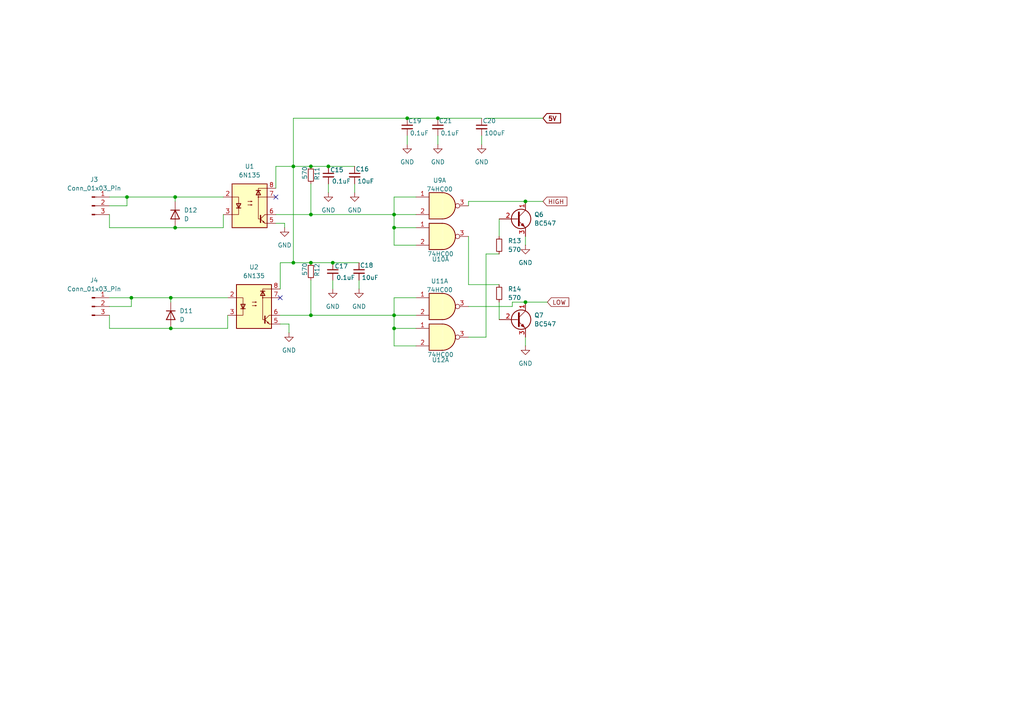
<source format=kicad_sch>
(kicad_sch (version 20231120) (generator "eeschema") (generator_version "8.0")
  (paper "A4")
  (lib_symbols
    (symbol "74xx:74HC00" (pin_names (offset 1.016))
      (property "Reference" "U" (at 0 1.27 0))
      (property "Value" "74HC00" (at 0 -1.27 0))
      (symbol "74HC00_1_1"
        (arc (start 0 -3.81) (mid 3.7934 0) (end 0 3.81) (stroke (width 0.254)) (fill (type background)))
        (polyline (pts (xy 0 3.81) (xy -3.81 3.81) (xy -3.81 -3.81) (xy 0 -3.81)) (stroke (width 0.254)) (fill (type background)))
        (pin input line (at -7.62 2.54 0) (length 3.81) (name "~") (number "1"))
        (pin input line (at -7.62 -2.54 0) (length 3.81) (name "~") (number "2"))
        (pin output inverted (at 7.62 0 180) (length 3.81) (name "~") (number "3"))
      )
      (symbol "74HC00_1_2"
        (arc (start -3.81 -3.81) (mid -2.589 0) (end -3.81 3.81) (stroke (width 0.254)))
        (arc (start -0.6096 -3.81) (mid 2.1842 -2.5851) (end 3.81 0) (stroke (width 0.254)) (fill (type background)))
        (polyline (pts (xy -3.81 -3.81) (xy -0.635 -3.81)) (stroke (width 0.254)) (fill (type background)))
        (polyline (pts (xy -3.81 3.81) (xy -0.635 3.81)) (stroke (width 0.254)) (fill (type background)))
        (polyline (pts (xy -0.635 3.81) (xy -3.81 3.81) (xy -3.81 3.81) (xy -3.556 3.4036) (xy -3.0226 2.2606) (xy -2.6924 1.0414) (xy -2.6162 -0.254) (xy -2.7686 -1.4986) (xy -3.175 -2.7178) (xy -3.81 -3.81) (xy -3.81 -3.81) (xy -0.635 -3.81)) (stroke (width -25.4)) (fill (type background)))
        (arc (start 3.81 0) (mid 2.1915 2.5936) (end -0.6096 3.81) (stroke (width 0.254)) (fill (type background)))
        (pin input inverted (at -7.62 2.54 0) (length 4.318) (name "~") (number "1"))
        (pin input inverted (at -7.62 -2.54 0) (length 4.318) (name "~") (number "2"))
        (pin output line (at 7.62 0 180) (length 3.81) (name "~") (number "3"))
      )
      (symbol "74HC00_2_1"
        (arc (start 0 -3.81) (mid 3.7934 0) (end 0 3.81) (stroke (width 0.254)) (fill (type background)))
        (polyline (pts (xy 0 3.81) (xy -3.81 3.81) (xy -3.81 -3.81) (xy 0 -3.81)) (stroke (width 0.254)) (fill (type background)))
        (pin input line (at -7.62 2.54 0) (length 3.81) (name "~") (number "4"))
        (pin input line (at -7.62 -2.54 0) (length 3.81) (name "~") (number "5"))
        (pin output inverted (at 7.62 0 180) (length 3.81) (name "~") (number "6"))
      )
      (symbol "74HC00_2_2"
        (arc (start -3.81 -3.81) (mid -2.589 0) (end -3.81 3.81) (stroke (width 0.254)))
        (arc (start -0.6096 -3.81) (mid 2.1842 -2.5851) (end 3.81 0) (stroke (width 0.254)) (fill (type background)))
        (polyline (pts (xy -3.81 -3.81) (xy -0.635 -3.81)) (stroke (width 0.254)) (fill (type background)))
        (polyline (pts (xy -3.81 3.81) (xy -0.635 3.81)) (stroke (width 0.254)) (fill (type background)))
        (polyline (pts (xy -0.635 3.81) (xy -3.81 3.81) (xy -3.81 3.81) (xy -3.556 3.4036) (xy -3.0226 2.2606) (xy -2.6924 1.0414) (xy -2.6162 -0.254) (xy -2.7686 -1.4986) (xy -3.175 -2.7178) (xy -3.81 -3.81) (xy -3.81 -3.81) (xy -0.635 -3.81)) (stroke (width -25.4)) (fill (type background)))
        (arc (start 3.81 0) (mid 2.1915 2.5936) (end -0.6096 3.81) (stroke (width 0.254)) (fill (type background)))
        (pin input inverted (at -7.62 2.54 0) (length 4.318) (name "~") (number "4"))
        (pin input inverted (at -7.62 -2.54 0) (length 4.318) (name "~") (number "5"))
        (pin output line (at 7.62 0 180) (length 3.81) (name "~") (number "6"))
      )
      (symbol "74HC00_3_1"
        (arc (start 0 -3.81) (mid 3.7934 0) (end 0 3.81) (stroke (width 0.254)) (fill (type background)))
        (polyline (pts (xy 0 3.81) (xy -3.81 3.81) (xy -3.81 -3.81) (xy 0 -3.81)) (stroke (width 0.254)) (fill (type background)))
        (pin input line (at -7.62 -2.54 0) (length 3.81) (name "~") (number "10"))
        (pin output inverted (at 7.62 0 180) (length 3.81) (name "~") (number "8"))
        (pin input line (at -7.62 2.54 0) (length 3.81) (name "~") (number "9"))
      )
      (symbol "74HC00_3_2"
        (arc (start -3.81 -3.81) (mid -2.589 0) (end -3.81 3.81) (stroke (width 0.254)))
        (arc (start -0.6096 -3.81) (mid 2.1842 -2.5851) (end 3.81 0) (stroke (width 0.254)) (fill (type background)))
        (polyline (pts (xy -3.81 -3.81) (xy -0.635 -3.81)) (stroke (width 0.254)) (fill (type background)))
        (polyline (pts (xy -3.81 3.81) (xy -0.635 3.81)) (stroke (width 0.254)) (fill (type background)))
        (polyline (pts (xy -0.635 3.81) (xy -3.81 3.81) (xy -3.81 3.81) (xy -3.556 3.4036) (xy -3.0226 2.2606) (xy -2.6924 1.0414) (xy -2.6162 -0.254) (xy -2.7686 -1.4986) (xy -3.175 -2.7178) (xy -3.81 -3.81) (xy -3.81 -3.81) (xy -0.635 -3.81)) (stroke (width -25.4)) (fill (type background)))
        (arc (start 3.81 0) (mid 2.1915 2.5936) (end -0.6096 3.81) (stroke (width 0.254)) (fill (type background)))
        (pin input inverted (at -7.62 -2.54 0) (length 4.318) (name "~") (number "10"))
        (pin output line (at 7.62 0 180) (length 3.81) (name "~") (number "8"))
        (pin input inverted (at -7.62 2.54 0) (length 4.318) (name "~") (number "9"))
      )
      (symbol "74HC00_4_1"
        (arc (start 0 -3.81) (mid 3.7934 0) (end 0 3.81) (stroke (width 0.254)) (fill (type background)))
        (polyline (pts (xy 0 3.81) (xy -3.81 3.81) (xy -3.81 -3.81) (xy 0 -3.81)) (stroke (width 0.254)) (fill (type background)))
        (pin output inverted (at 7.62 0 180) (length 3.81) (name "~") (number "11"))
        (pin input line (at -7.62 2.54 0) (length 3.81) (name "~") (number "12"))
        (pin input line (at -7.62 -2.54 0) (length 3.81) (name "~") (number "13"))
      )
      (symbol "74HC00_4_2"
        (arc (start -3.81 -3.81) (mid -2.589 0) (end -3.81 3.81) (stroke (width 0.254)))
        (arc (start -0.6096 -3.81) (mid 2.1842 -2.5851) (end 3.81 0) (stroke (width 0.254)) (fill (type background)))
        (polyline (pts (xy -3.81 -3.81) (xy -0.635 -3.81)) (stroke (width 0.254)) (fill (type background)))
        (polyline (pts (xy -3.81 3.81) (xy -0.635 3.81)) (stroke (width 0.254)) (fill (type background)))
        (polyline (pts (xy -0.635 3.81) (xy -3.81 3.81) (xy -3.81 3.81) (xy -3.556 3.4036) (xy -3.0226 2.2606) (xy -2.6924 1.0414) (xy -2.6162 -0.254) (xy -2.7686 -1.4986) (xy -3.175 -2.7178) (xy -3.81 -3.81) (xy -3.81 -3.81) (xy -0.635 -3.81)) (stroke (width -25.4)) (fill (type background)))
        (arc (start 3.81 0) (mid 2.1915 2.5936) (end -0.6096 3.81) (stroke (width 0.254)) (fill (type background)))
        (pin output line (at 7.62 0 180) (length 3.81) (name "~") (number "11"))
        (pin input inverted (at -7.62 2.54 0) (length 4.318) (name "~") (number "12"))
        (pin input inverted (at -7.62 -2.54 0) (length 4.318) (name "~") (number "13"))
      )
      (symbol "74HC00_5_0"
        (pin power_in line (at 0 12.7 270) (length 5.08) (name "VCC") (number "14"))
        (pin power_in line (at 0 -12.7 90) (length 5.08) (name "GND") (number "7"))
      )
      (symbol "74HC00_5_1"
        (rectangle (start -5.08 7.62) (end 5.08 -7.62) (stroke (width 0.254)) (fill (type background)))
      )
    )
    (symbol "Connector:Conn_01x03_Pin" (pin_names (offset 1.016) hide)
      (property "Reference" "J" (at 0 5.08 0))
      (property "Value" "Conn_01x03_Pin" (at 0 -5.08 0))
      (symbol "Conn_01x03_Pin_1_1"
        (polyline (pts (xy 1.27 -2.54) (xy 0.8636 -2.54)) (stroke (width 0.1524)))
        (polyline (pts (xy 1.27 0) (xy 0.8636 0)) (stroke (width 0.1524)))
        (polyline (pts (xy 1.27 2.54) (xy 0.8636 2.54)) (stroke (width 0.1524)))
        (rectangle (start 0.8636 -2.413) (end 0 -2.667) (stroke (width 0.1524)) (fill (type outline)))
        (rectangle (start 0.8636 0.127) (end 0 -0.127) (stroke (width 0.1524)) (fill (type outline)))
        (rectangle (start 0.8636 2.667) (end 0 2.413) (stroke (width 0.1524)) (fill (type outline)))
        (pin passive line (at 5.08 2.54 180) (length 3.81) (name "Pin_1") (number "1"))
        (pin passive line (at 5.08 0 180) (length 3.81) (name "Pin_2") (number "2"))
        (pin passive line (at 5.08 -2.54 180) (length 3.81) (name "Pin_3") (number "3"))
      )
    )
    (symbol "Device:C_Small" (pin_numbers hide) (pin_names (offset 0.254) hide)
      (property "Reference" "C" (at 0.254 1.778 0))
      (property "Value" "C_Small" (at 0.254 -2.032 0))
      (symbol "C_Small_0_1"
        (polyline (pts (xy -1.524 -0.508) (xy 1.524 -0.508)) (stroke (width 0.3302)))
        (polyline (pts (xy -1.524 0.508) (xy 1.524 0.508)) (stroke (width 0.3048)))
      )
      (symbol "C_Small_1_1"
        (pin passive line (at 0 2.54 270) (length 2.032) (name "~") (number "1"))
        (pin passive line (at 0 -2.54 90) (length 2.032) (name "~") (number "2"))
      )
    )
    (symbol "Device:D" (pin_numbers hide) (pin_names (offset 1.016) hide)
      (property "Reference" "D" (at 0 2.54 0))
      (property "Value" "D" (at 0 -2.54 0))
      (symbol "D_0_1"
        (polyline (pts (xy -1.27 1.27) (xy -1.27 -1.27)) (stroke (width 0.254)))
        (polyline (pts (xy 1.27 0) (xy -1.27 0)))
        (polyline (pts (xy 1.27 1.27) (xy 1.27 -1.27) (xy -1.27 0) (xy 1.27 1.27)) (stroke (width 0.254)))
      )
      (symbol "D_1_1"
        (pin passive line (at -3.81 0 0) (length 2.54) (name "K") (number "1"))
        (pin passive line (at 3.81 0 180) (length 2.54) (name "A") (number "2"))
      )
    )
    (symbol "Device:R_Small" (pin_numbers hide) (pin_names (offset 0.254) hide)
      (property "Reference" "R" (at 0.762 0.508 0))
      (property "Value" "R_Small" (at 0.762 -1.016 0))
      (symbol "R_Small_0_1"
        (rectangle (start -0.762 1.778) (end 0.762 -1.778) (stroke (width 0.2032)))
      )
      (symbol "R_Small_1_1"
        (pin passive line (at 0 2.54 270) (length 0.762) (name "~") (number "1"))
        (pin passive line (at 0 -2.54 90) (length 0.762) (name "~") (number "2"))
      )
    )
    (symbol "Isolator:6N135" (pin_names (offset 1.016))
      (property "Reference" "U" (at -5.08 7.62 0))
      (property "Value" "6N135" (at 0 7.62 0))
      (symbol "6N135_0_1"
        (rectangle (start -5.08 6.35) (end 5.08 -6.35) (stroke (width 0.254)) (fill (type background)))
        (polyline (pts (xy -3.81 -0.635) (xy -2.54 -0.635)) (stroke (width 0.254)))
        (polyline (pts (xy 1.905 4.445) (xy 3.175 4.445)) (stroke (width 0.254)))
        (polyline (pts (xy 3.175 -2.794) (xy 3.175 -4.826)) (stroke (width 0.3556)))
        (polyline (pts (xy 3.302 -3.937) (xy 4.445 -5.08)))
        (polyline (pts (xy 3.302 -3.683) (xy 4.445 -2.54)))
        (polyline (pts (xy 5.08 -5.08) (xy 4.445 -5.08)))
        (polyline (pts (xy 5.08 -2.54) (xy 4.445 -2.54)))
        (polyline (pts (xy 5.08 2.54) (xy 2.54 2.54)))
        (polyline (pts (xy -5.08 2.54) (xy -3.175 2.54) (xy -3.175 -2.54) (xy -5.08 -2.54)))
        (polyline (pts (xy -3.175 -0.635) (xy -3.81 0.635) (xy -2.54 0.635) (xy -3.175 -0.635)) (stroke (width 0.254)))
        (polyline (pts (xy 2.54 4.445) (xy 1.905 3.175) (xy 3.175 3.175) (xy 2.54 4.445)) (stroke (width 0.254)))
        (polyline (pts (xy 4.318 -4.953) (xy 4.064 -4.445) (xy 3.81 -4.699) (xy 4.318 -4.953)))
        (polyline (pts (xy 5.08 5.08) (xy 2.54 5.08) (xy 2.54 -3.81) (xy 3.175 -3.81)))
        (polyline (pts (xy -0.508 0.254) (xy 0.762 0.254) (xy 0.381 0.127) (xy 0.381 0.381) (xy 0.762 0.254)))
        (polyline (pts (xy -0.508 1.27) (xy 0.762 1.27) (xy 0.381 1.143) (xy 0.381 1.397) (xy 0.762 1.27)))
        (circle (center 2.54 2.54) (radius 0.127))
      )
      (symbol "6N135_1_1"
        (pin no_connect line (at -5.08 5.08 0) (length 2.54) hide (name "NC") (number "1"))
        (pin passive line (at -7.62 2.54 0) (length 2.54) (name "~") (number "2"))
        (pin passive line (at -7.62 -2.54 0) (length 2.54) (name "~") (number "3"))
        (pin no_connect line (at -5.08 -5.08 0) (length 2.54) hide (name "NC") (number "4"))
        (pin passive line (at 7.62 -5.08 180) (length 2.54) (name "~") (number "5"))
        (pin passive line (at 7.62 -2.54 180) (length 2.54) (name "~") (number "6"))
        (pin passive line (at 7.62 2.54 180) (length 2.54) (name "~") (number "7"))
        (pin passive line (at 7.62 5.08 180) (length 2.54) (name "~") (number "8"))
      )
    )
    (symbol "Transistor_BJT:BC547" (pin_names (offset 0) hide)
      (property "Reference" "Q" (at 5.08 1.905 0))
      (property "Value" "BC547" (at 5.08 0 0))
      (symbol "BC547_0_1"
        (polyline (pts (xy 0 0) (xy 0.635 0)))
        (polyline (pts (xy 0.635 0.635) (xy 2.54 2.54)))
        (polyline (pts (xy 0.635 -0.635) (xy 2.54 -2.54) (xy 2.54 -2.54)))
        (polyline (pts (xy 0.635 1.905) (xy 0.635 -1.905) (xy 0.635 -1.905)) (stroke (width 0.508)))
        (polyline (pts (xy 1.27 -1.778) (xy 1.778 -1.27) (xy 2.286 -2.286) (xy 1.27 -1.778) (xy 1.27 -1.778)) (fill (type outline)))
        (circle (center 1.27 0) (radius 2.8194) (stroke (width 0.254)))
      )
      (symbol "BC547_1_1"
        (pin passive line (at 2.54 5.08 270) (length 2.54) (name "C") (number "1"))
        (pin input line (at -5.08 0 0) (length 5.08) (name "B") (number "2"))
        (pin passive line (at 2.54 -5.08 90) (length 2.54) (name "E") (number "3"))
      )
    )
    (symbol "power:GND" (power) (pin_numbers hide) (pin_names (offset 0) hide)
      (property "Value" "GND" (at 0 -3.81 0))
      (symbol "GND_0_1"
        (polyline (pts (xy 0 0) (xy 0 -1.27) (xy 1.27 -1.27) (xy 0 -2.54) (xy -1.27 -1.27) (xy 0 -1.27)))
      )
      (symbol "GND_1_1"
        (pin power_in line (at 0 0 270) (length 0) (name "~") (number "1"))
      )
    )
  )
  (junction (at 49.53 86.36))
  (junction (at 114.3 91.44))
  (junction (at 85.09 76.2))
  (junction (at 50.8 57.15))
  (junction (at 114.3 66.04))
  (junction (at 114.3 95.25))
  (junction (at 152.4 58.42))
  (junction (at 90.17 62.23))
  (junction (at 95.25 48.26))
  (junction (at 152.4 87.63))
  (junction (at 50.8 66.04))
  (junction (at 49.53 95.25))
  (junction (at 36.83 57.15))
  (junction (at 85.09 48.26))
  (junction (at 90.17 76.2))
  (junction (at 96.52 76.2))
  (junction (at 114.3 62.23))
  (junction (at 90.17 48.26))
  (junction (at 90.17 91.44))
  (junction (at 38.1 86.36))
  (junction (at 118.11 34.29))
  (junction (at 127 34.29))
  (no_connect (at 81.28 86.36))
  (no_connect (at 80.01 57.15))
  (wire (pts (xy 127 34.29) (xy 139.7 34.29)))
  (wire (pts (xy 127 39.37) (xy 127 41.91)))
  (wire (pts (xy 135.89 58.42) (xy 135.89 59.69)))
  (wire (pts (xy 31.75 62.23) (xy 31.75 66.04)))
  (wire (pts (xy 80.01 62.23) (xy 90.17 62.23)))
  (wire (pts (xy 31.75 86.36) (xy 38.1 86.36)))
  (wire (pts (xy 144.78 87.63) (xy 144.78 92.71)))
  (wire (pts (xy 31.75 91.44) (xy 31.75 95.25)))
  (wire (pts (xy 114.3 86.36) (xy 114.3 91.44)))
  (wire (pts (xy 114.3 62.23) (xy 120.65 62.23)))
  (wire (pts (xy 38.1 88.9) (xy 38.1 86.36)))
  (wire (pts (xy 31.75 95.25) (xy 49.53 95.25)))
  (wire (pts (xy 49.53 86.36) (xy 49.53 87.63)))
  (wire (pts (xy 114.3 57.15) (xy 114.3 62.23)))
  (wire (pts (xy 64.77 66.04) (xy 50.8 66.04)))
  (wire (pts (xy 36.83 57.15) (xy 50.8 57.15)))
  (wire (pts (xy 64.77 62.23) (xy 64.77 66.04)))
  (wire (pts (xy 49.53 95.25) (xy 66.04 95.25)))
  (wire (pts (xy 96.52 76.2) (xy 104.14 76.2)))
  (wire (pts (xy 120.65 100.33) (xy 114.3 100.33)))
  (wire (pts (xy 114.3 100.33) (xy 114.3 95.25)))
  (wire (pts (xy 80.01 48.26) (xy 85.09 48.26)))
  (wire (pts (xy 139.7 39.37) (xy 139.7 41.91)))
  (wire (pts (xy 31.75 57.15) (xy 36.83 57.15)))
  (wire (pts (xy 114.3 91.44) (xy 120.65 91.44)))
  (wire (pts (xy 120.65 71.12) (xy 114.3 71.12)))
  (wire (pts (xy 140.97 73.66) (xy 144.78 73.66)))
  (wire (pts (xy 80.01 64.77) (xy 82.55 64.77)))
  (wire (pts (xy 85.09 48.26) (xy 85.09 76.2)))
  (wire (pts (xy 96.52 81.28) (xy 96.52 83.82)))
  (wire (pts (xy 102.87 53.34) (xy 102.87 55.88)))
  (wire (pts (xy 114.3 71.12) (xy 114.3 66.04)))
  (wire (pts (xy 49.53 86.36) (xy 66.04 86.36)))
  (wire (pts (xy 31.75 59.69) (xy 36.83 59.69)))
  (wire (pts (xy 135.89 88.9) (xy 148.59 88.9)))
  (wire (pts (xy 90.17 48.26) (xy 95.25 48.26)))
  (wire (pts (xy 114.3 66.04) (xy 120.65 66.04)))
  (wire (pts (xy 83.82 93.98) (xy 83.82 96.52)))
  (wire (pts (xy 85.09 48.26) (xy 90.17 48.26)))
  (wire (pts (xy 95.25 53.34) (xy 95.25 55.88)))
  (wire (pts (xy 152.4 97.79) (xy 152.4 100.33)))
  (wire (pts (xy 148.59 88.9) (xy 148.59 87.63)))
  (wire (pts (xy 90.17 62.23) (xy 114.3 62.23)))
  (wire (pts (xy 81.28 76.2) (xy 85.09 76.2)))
  (wire (pts (xy 90.17 53.34) (xy 90.17 62.23)))
  (wire (pts (xy 152.4 58.42) (xy 135.89 58.42)))
  (wire (pts (xy 85.09 76.2) (xy 90.17 76.2)))
  (wire (pts (xy 152.4 58.42) (xy 157.48 58.42)))
  (wire (pts (xy 152.4 87.63) (xy 158.75 87.63)))
  (wire (pts (xy 135.89 68.58) (xy 135.89 82.55)))
  (wire (pts (xy 144.78 63.5) (xy 144.78 68.58)))
  (wire (pts (xy 148.59 87.63) (xy 152.4 87.63)))
  (wire (pts (xy 85.09 34.29) (xy 85.09 48.26)))
  (wire (pts (xy 104.14 81.28) (xy 104.14 83.82)))
  (wire (pts (xy 81.28 93.98) (xy 83.82 93.98)))
  (wire (pts (xy 135.89 82.55) (xy 144.78 82.55)))
  (wire (pts (xy 31.75 66.04) (xy 50.8 66.04)))
  (wire (pts (xy 120.65 86.36) (xy 114.3 86.36)))
  (wire (pts (xy 82.55 64.77) (xy 82.55 66.04)))
  (wire (pts (xy 80.01 54.61) (xy 80.01 48.26)))
  (wire (pts (xy 135.89 97.79) (xy 140.97 97.79)))
  (wire (pts (xy 90.17 81.28) (xy 90.17 91.44)))
  (wire (pts (xy 140.97 34.29) (xy 157.48 34.29)))
  (wire (pts (xy 120.65 57.15) (xy 114.3 57.15)))
  (wire (pts (xy 90.17 91.44) (xy 114.3 91.44)))
  (wire (pts (xy 31.75 88.9) (xy 38.1 88.9)))
  (wire (pts (xy 81.28 91.44) (xy 90.17 91.44)))
  (wire (pts (xy 50.8 57.15) (xy 64.77 57.15)))
  (wire (pts (xy 114.3 95.25) (xy 114.3 91.44)))
  (wire (pts (xy 152.4 68.58) (xy 152.4 71.12)))
  (wire (pts (xy 118.11 34.29) (xy 85.09 34.29)))
  (wire (pts (xy 95.25 48.26) (xy 102.87 48.26)))
  (wire (pts (xy 114.3 95.25) (xy 120.65 95.25)))
  (wire (pts (xy 118.11 39.37) (xy 118.11 41.91)))
  (wire (pts (xy 114.3 66.04) (xy 114.3 62.23)))
  (wire (pts (xy 90.17 76.2) (xy 96.52 76.2)))
  (wire (pts (xy 81.28 83.82) (xy 81.28 76.2)))
  (wire (pts (xy 66.04 91.44) (xy 66.04 95.25)))
  (wire (pts (xy 36.83 59.69) (xy 36.83 57.15)))
  (wire (pts (xy 140.97 97.79) (xy 140.97 73.66)))
  (wire (pts (xy 38.1 86.36) (xy 49.53 86.36)))
  (wire (pts (xy 50.8 57.15) (xy 50.8 58.42)))
  (wire (pts (xy 118.11 34.29) (xy 127 34.29)))
  (global_label "5V" (shape input) (at 157.48 34.29 0) (effects (font (bold yes))) (property "Intersheetrefs" "${INTERSHEET_REFS}" (effects (hide yes))))
  (global_label "LOW" (shape input) (at 158.75 87.63 0) (property "Intersheetrefs" "${INTERSHEET_REFS}" (effects (hide yes))))
  (global_label "HIGH" (shape input) (at 157.48 58.42 0) (property "Intersheetrefs" "${INTERSHEET_REFS}" (effects (hide yes))))
  (symbol (lib_id "74xx:74HC00") (at 128.27 88.9 0) (unit 1)
    (property "Reference" "U11" (at 127.508 81.534 0))
    (property "Value" "74HC00" (at 127.508 84.074 0))
    (property "Datasheet" "http://www.ti.com/lit/gpn/sn74hc00" (effects (hide yes)))
    (property "Description" "quad 2-input NAND gate" (effects (hide yes)))
  )
  (symbol (lib_id "power:GND") (at 83.82 96.52 0) (unit 1)
    (property "Reference" "#PWR017" (effects (hide yes)))
    (property "Value" "GND" (at 83.82 101.6 0))
    (property "Description" "Power symbol creates a global label with name \"GND\" , ground" (effects (hide yes)))
  )
  (symbol (lib_id "74xx:74HC00") (at 128.27 97.79 0) (unit 1)
    (property "Reference" "U12" (at 127.762 104.394 0))
    (property "Value" "74HC00" (at 127.762 102.87 0))
    (property "Datasheet" "http://www.ti.com/lit/gpn/sn74hc00" (effects (hide yes)))
    (property "Description" "quad 2-input NAND gate" (effects (hide yes)))
  )
  (symbol (lib_id "Device:C_Small") (at 118.11 36.83 0) (unit 1)
    (property "Reference" "C19" (at 118.364 35.052 0) (effects (justify left)))
    (property "Value" "0.1uF" (at 118.872 38.608 0) (effects (justify left)))
    (property "Description" "Unpolarized capacitor, small symbol" (effects (hide yes)))
  )
  (symbol (lib_id "Device:D") (at 49.53 91.44 90) (mirror x) (unit 1)
    (property "Reference" "D11" (at 52.07 90.1699 90) (effects (justify right)))
    (property "Value" "D" (at 52.07 92.7099 90) (effects (justify right)))
    (property "Description" "Diode" (effects (hide yes)))
    (property "Sim.Device" "D" (effects (hide yes)))
    (property "Sim.Pins" "1=K 2=A" (effects (hide yes)))
  )
  (symbol (lib_id "power:GND") (at 152.4 71.12 0) (unit 1)
    (property "Reference" "#PWR022" (effects (hide yes)))
    (property "Value" "GND" (at 152.4 76.2 0))
    (property "Description" "Power symbol creates a global label with name \"GND\" , ground" (effects (hide yes)))
  )
  (symbol (lib_id "Transistor_BJT:BC547") (at 149.86 92.71 0) (unit 1)
    (property "Reference" "Q7" (at 154.94 91.4399 0) (effects (justify left)))
    (property "Value" "BC547" (at 154.94 93.9799 0) (effects (justify left)))
    (property "Footprint" "Package_TO_SOT_THT:TO-92_Inline" (effects (hide yes)))
    (property "Datasheet" "https://www.onsemi.com/pub/Collateral/BC550-D.pdf" (effects (hide yes)))
    (property "Description" "0.1A Ic, 45V Vce, Small Signal NPN Transistor, TO-92" (effects (hide yes)))
  )
  (symbol (lib_id "Transistor_BJT:BC547") (at 149.86 63.5 0) (unit 1)
    (property "Reference" "Q6" (at 154.94 62.2299 0) (effects (justify left)))
    (property "Value" "BC547" (at 154.94 64.7699 0) (effects (justify left)))
    (property "Footprint" "Package_TO_SOT_THT:TO-92_Inline" (effects (hide yes)))
    (property "Datasheet" "https://www.onsemi.com/pub/Collateral/BC550-D.pdf" (effects (hide yes)))
    (property "Description" "0.1A Ic, 45V Vce, Small Signal NPN Transistor, TO-92" (effects (hide yes)))
  )
  (symbol (lib_id "power:GND") (at 96.52 83.82 0) (unit 1)
    (property "Reference" "#PWR015" (effects (hide yes)))
    (property "Value" "GND" (at 96.52 88.9 0))
    (property "Description" "Power symbol creates a global label with name \"GND\" , ground" (effects (hide yes)))
  )
  (symbol (lib_id "74xx:74HC00") (at 128.27 68.58 0) (unit 1)
    (property "Reference" "U10" (at 127.762 75.184 0))
    (property "Value" "74HC00" (at 127.762 73.66 0))
    (property "Datasheet" "http://www.ti.com/lit/gpn/sn74hc00" (effects (hide yes)))
    (property "Description" "quad 2-input NAND gate" (effects (hide yes)))
  )
  (symbol (lib_id "power:GND") (at 102.87 55.88 0) (unit 1)
    (property "Reference" "#PWR014" (effects (hide yes)))
    (property "Value" "GND" (at 102.87 60.96 0))
    (property "Description" "Power symbol creates a global label with name \"GND\" , ground" (effects (hide yes)))
  )
  (symbol (lib_id "Connector:Conn_01x03_Pin") (at 26.67 88.9 0) (unit 1)
    (property "Reference" "J4" (at 27.305 81.28 0))
    (property "Value" "Conn_01x03_Pin" (at 27.305 83.82 0))
    (property "Description" "Generic connector, single row, 01x03, script generated" (effects (hide yes)))
  )
  (symbol (lib_id "Connector:Conn_01x03_Pin") (at 26.67 59.69 0) (unit 1)
    (property "Reference" "J3" (at 27.305 52.07 0))
    (property "Value" "Conn_01x03_Pin" (at 27.305 54.61 0))
    (property "Description" "Generic connector, single row, 01x03, script generated" (effects (hide yes)))
  )
  (symbol (lib_id "Device:R_Small") (at 144.78 71.12 0) (unit 1)
    (property "Reference" "R13" (at 147.32 69.8499 0) (effects (justify left)))
    (property "Value" "570" (at 147.32 72.3899 0) (effects (justify left)))
    (property "Description" "Resistor, small symbol" (effects (hide yes)))
  )
  (symbol (lib_id "power:GND") (at 95.25 55.88 0) (unit 1)
    (property "Reference" "#PWR013" (effects (hide yes)))
    (property "Value" "GND" (at 95.25 60.96 0))
    (property "Description" "Power symbol creates a global label with name \"GND\" , ground" (effects (hide yes)))
  )
  (symbol (lib_id "Device:C_Small") (at 127 36.83 0) (unit 1)
    (property "Reference" "C21" (at 127.254 35.052 0) (effects (justify left)))
    (property "Value" "0.1uF" (at 127.762 38.608 0) (effects (justify left)))
    (property "Description" "Unpolarized capacitor, small symbol" (effects (hide yes)))
  )
  (symbol (lib_id "power:GND") (at 139.7 41.91 0) (unit 1)
    (property "Reference" "#PWR019" (effects (hide yes)))
    (property "Value" "GND" (at 139.7 46.99 0))
    (property "Description" "Power symbol creates a global label with name \"GND\" , ground" (effects (hide yes)))
  )
  (symbol (lib_id "Device:C_Small") (at 104.14 78.74 0) (unit 1)
    (property "Reference" "C18" (at 104.394 76.962 0) (effects (justify left)))
    (property "Value" "10uF" (at 104.902 80.518 0) (effects (justify left)))
    (property "Description" "Unpolarized capacitor, small symbol" (effects (hide yes)))
  )
  (symbol (lib_id "power:GND") (at 118.11 41.91 0) (unit 1)
    (property "Reference" "#PWR021" (effects (hide yes)))
    (property "Value" "GND" (at 118.11 46.99 0))
    (property "Description" "Power symbol creates a global label with name \"GND\" , ground" (effects (hide yes)))
  )
  (symbol (lib_id "Device:C_Small") (at 139.7 36.83 0) (unit 1)
    (property "Reference" "C20" (at 139.954 35.052 0) (effects (justify left)))
    (property "Value" "100uF" (at 140.462 38.608 0) (effects (justify left)))
    (property "Description" "Unpolarized capacitor, small symbol" (effects (hide yes)))
  )
  (symbol (lib_id "power:GND") (at 82.55 66.04 0) (unit 1)
    (property "Reference" "#PWR018" (effects (hide yes)))
    (property "Value" "GND" (at 82.55 71.12 0))
    (property "Description" "Power symbol creates a global label with name \"GND\" , ground" (effects (hide yes)))
  )
  (symbol (lib_id "Device:R_Small") (at 90.17 50.8 0) (unit 1)
    (property "Reference" "R11" (at 91.948 52.324 90) (effects (justify left)))
    (property "Value" "570" (at 88.392 52.07 90) (effects (justify left)))
    (property "Description" "Resistor, small symbol" (effects (hide yes)))
  )
  (symbol (lib_id "power:GND") (at 152.4 100.33 0) (unit 1)
    (property "Reference" "#PWR023" (effects (hide yes)))
    (property "Value" "GND" (at 152.4 105.41 0))
    (property "Description" "Power symbol creates a global label with name \"GND\" , ground" (effects (hide yes)))
  )
  (symbol (lib_id "power:GND") (at 104.14 83.82 0) (unit 1)
    (property "Reference" "#PWR016" (effects (hide yes)))
    (property "Value" "GND" (at 104.14 88.9 0))
    (property "Description" "Power symbol creates a global label with name \"GND\" , ground" (effects (hide yes)))
  )
  (symbol (lib_id "Device:D") (at 50.8 62.23 90) (mirror x) (unit 1)
    (property "Reference" "D12" (at 53.34 60.9599 90) (effects (justify right)))
    (property "Value" "D" (at 53.34 63.4999 90) (effects (justify right)))
    (property "Description" "Diode" (effects (hide yes)))
    (property "Sim.Device" "D" (effects (hide yes)))
    (property "Sim.Pins" "1=K 2=A" (effects (hide yes)))
  )
  (symbol (lib_id "Device:C_Small") (at 95.25 50.8 0) (unit 1)
    (property "Reference" "C15" (at 95.758 49.276 0) (effects (justify left)))
    (property "Value" "0.1uF" (at 96.266 52.578 0) (effects (justify left)))
    (property "Description" "Unpolarized capacitor, small symbol" (effects (hide yes)))
  )
  (symbol (lib_id "power:GND") (at 127 41.91 0) (unit 1)
    (property "Reference" "#PWR020" (effects (hide yes)))
    (property "Value" "GND" (at 127 46.99 0))
    (property "Description" "Power symbol creates a global label with name \"GND\" , ground" (effects (hide yes)))
  )
  (symbol (lib_id "Device:R_Small") (at 144.78 85.09 0) (unit 1)
    (property "Reference" "R14" (at 147.32 83.8199 0) (effects (justify left)))
    (property "Value" "570" (at 147.32 86.3599 0) (effects (justify left)))
    (property "Description" "Resistor, small symbol" (effects (hide yes)))
  )
  (symbol (lib_id "Device:C_Small") (at 102.87 50.8 0) (unit 1)
    (property "Reference" "C16" (at 103.124 49.022 0) (effects (justify left)))
    (property "Value" "10uF" (at 103.632 52.578 0) (effects (justify left)))
    (property "Description" "Unpolarized capacitor, small symbol" (effects (hide yes)))
  )
  (symbol (lib_id "Device:R_Small") (at 90.17 78.74 0) (unit 1)
    (property "Reference" "R12" (at 91.948 80.264 90) (effects (justify left)))
    (property "Value" "570" (at 88.392 80.01 90) (effects (justify left)))
    (property "Description" "Resistor, small symbol" (effects (hide yes)))
  )
  (symbol (lib_id "Isolator:6N135") (at 73.66 88.9 0) (unit 1)
    (property "Reference" "U2" (at 73.66 77.47 0))
    (property "Value" "6N135" (at 73.66 80.01 0))
    (property "Footprint" "Package_DIP:DIP-8_W7.62mm" (effects (hide yes)))
    (property "Datasheet" "https://optoelectronics.liteon.com/upload/download/DS70-2008-0032/6N135-L%206N136-L%20series.pdf" (effects (hide yes)))
    (property "Description" "High Speed Optocoupler, TTL Compatible, CTR 18%, DIP8" (effects (hide yes)))
  )
  (symbol (lib_id "Device:C_Small") (at 96.52 78.74 0) (unit 1)
    (property "Reference" "C17" (at 97.028 77.216 0) (effects (justify left)))
    (property "Value" "0.1uF" (at 97.536 80.518 0) (effects (justify left)))
    (property "Description" "Unpolarized capacitor, small symbol" (effects (hide yes)))
  )
  (symbol (lib_id "74xx:74HC00") (at 128.27 59.69 0) (unit 1)
    (property "Reference" "U9" (at 127.508 52.324 0))
    (property "Value" "74HC00" (at 127.508 54.864 0))
    (property "Datasheet" "http://www.ti.com/lit/gpn/sn74hc00" (effects (hide yes)))
    (property "Description" "quad 2-input NAND gate" (effects (hide yes)))
  )
  (symbol (lib_id "Isolator:6N135") (at 72.39 59.69 0) (unit 1)
    (property "Reference" "U1" (at 72.39 48.26 0))
    (property "Value" "6N135" (at 72.39 50.8 0))
    (property "Footprint" "Package_DIP:DIP-8_W7.62mm" (effects (hide yes)))
    (property "Datasheet" "https://optoelectronics.liteon.com/upload/download/DS70-2008-0032/6N135-L%206N136-L%20series.pdf" (effects (hide yes)))
    (property "Description" "High Speed Optocoupler, TTL Compatible, CTR 18%, DIP8" (effects (hide yes)))
  )
)
</source>
